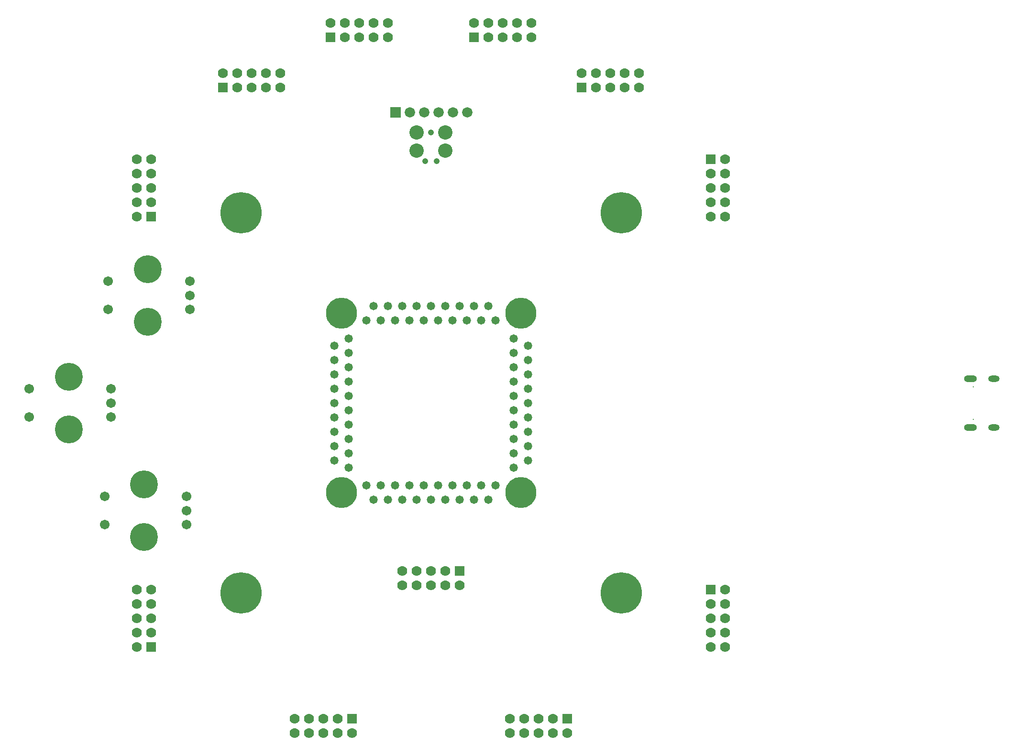
<source format=gbs>
G04*
G04 #@! TF.GenerationSoftware,Altium Limited,Altium Designer,23.0.1 (38)*
G04*
G04 Layer_Color=8150272*
%FSLAX25Y25*%
%MOIN*%
G70*
G04*
G04 #@! TF.SameCoordinates,A82DE2A9-68C3-4950-AE13-74F95629AD28*
G04*
G04*
G04 #@! TF.FilePolarity,Negative*
G04*
G01*
G75*
%ADD64C,0.21666*%
%ADD65C,0.05800*%
%ADD66O,0.09068X0.04737*%
%ADD67O,0.07887X0.04343*%
%ADD68C,0.00800*%
%ADD69C,0.28800*%
%ADD70C,0.03800*%
%ADD71C,0.07000*%
%ADD72R,0.07000X0.07000*%
%ADD73R,0.07000X0.07000*%
%ADD74C,0.10000*%
%ADD75C,0.04200*%
%ADD76C,0.07200*%
%ADD77R,0.07200X0.07200*%
%ADD78C,0.06706*%
%ADD79C,0.19461*%
D64*
X-62500Y62500D02*
D03*
X62500D02*
D03*
Y-62500D02*
D03*
X-62500D02*
D03*
D65*
X45000Y57500D02*
D03*
X-45000D02*
D03*
X-40000Y67500D02*
D03*
X-35000Y57500D02*
D03*
X-30000Y67500D02*
D03*
X-25000Y57500D02*
D03*
X-20000Y67500D02*
D03*
X-15000Y57500D02*
D03*
X-10000Y67500D02*
D03*
X-5000Y57500D02*
D03*
X0Y67500D02*
D03*
X5000Y57500D02*
D03*
X10000Y67500D02*
D03*
X15000Y57500D02*
D03*
X20000Y67500D02*
D03*
X25000Y57500D02*
D03*
X30000Y67500D02*
D03*
X35000Y57500D02*
D03*
X40000Y67500D02*
D03*
X57500Y45000D02*
D03*
X67500Y40000D02*
D03*
X57500Y35000D02*
D03*
X67500Y30000D02*
D03*
X57500Y25000D02*
D03*
X67500Y20000D02*
D03*
X57500Y15000D02*
D03*
X67500Y10000D02*
D03*
X57500Y5000D02*
D03*
X67500Y0D02*
D03*
X57500Y-5000D02*
D03*
X67500Y-10000D02*
D03*
X57500Y-15000D02*
D03*
X67500Y-20000D02*
D03*
X57500Y-25000D02*
D03*
X67500Y-30000D02*
D03*
X57500Y-35000D02*
D03*
X67500Y-40000D02*
D03*
X57500Y-45000D02*
D03*
X45000Y-57500D02*
D03*
X40000Y-67500D02*
D03*
X35000Y-57500D02*
D03*
X30000Y-67500D02*
D03*
X25000Y-57500D02*
D03*
X20000Y-67500D02*
D03*
X15000Y-57500D02*
D03*
X10000Y-67500D02*
D03*
X5000Y-57500D02*
D03*
X0Y-67500D02*
D03*
X-5000Y-57500D02*
D03*
X-10000Y-67500D02*
D03*
X-15000Y-57500D02*
D03*
X-20000Y-67500D02*
D03*
X-25000Y-57500D02*
D03*
X-30000Y-67500D02*
D03*
X-35000Y-57500D02*
D03*
X-40000Y-67500D02*
D03*
X-45000Y-57500D02*
D03*
X-57500Y-45000D02*
D03*
X-67500Y-40000D02*
D03*
X-57500Y-35000D02*
D03*
X-67500Y-30000D02*
D03*
X-57500Y-25000D02*
D03*
X-67500Y-20000D02*
D03*
X-57500Y-15000D02*
D03*
X-67500Y-10000D02*
D03*
X-57500Y-5000D02*
D03*
X-67500Y0D02*
D03*
X-57500Y5000D02*
D03*
X-67500Y10000D02*
D03*
X-57500Y15000D02*
D03*
X-67500Y20000D02*
D03*
X-57500Y25000D02*
D03*
X-67500Y30000D02*
D03*
X-57500Y35000D02*
D03*
X-67500Y40000D02*
D03*
X-57500Y45000D02*
D03*
D66*
X375807Y17008D02*
D03*
Y-17008D02*
D03*
D67*
X392264Y17008D02*
D03*
Y-17008D02*
D03*
D68*
X377776Y-11378D02*
D03*
Y11378D02*
D03*
D69*
X-132500Y132500D02*
D03*
Y-132500D02*
D03*
X132500D02*
D03*
Y132500D02*
D03*
D70*
X-121800D02*
D03*
X-143200D02*
D03*
X-142385Y128405D02*
D03*
X-122615Y136595D02*
D03*
X-140066Y124934D02*
D03*
X-124934Y140066D02*
D03*
X-136595Y122615D02*
D03*
X-128405Y142385D02*
D03*
X-132500Y121800D02*
D03*
Y143200D02*
D03*
X-128405Y122615D02*
D03*
X-136595Y142385D02*
D03*
X-124934Y124934D02*
D03*
X-140066Y140066D02*
D03*
X-122615Y128405D02*
D03*
X-142385Y136595D02*
D03*
X-121800Y-132500D02*
D03*
X-143200D02*
D03*
X-142385Y-136595D02*
D03*
X-122615Y-128405D02*
D03*
X-140066Y-140066D02*
D03*
X-124934Y-124934D02*
D03*
X-136595Y-142385D02*
D03*
X-128405Y-122615D02*
D03*
X-132500Y-143200D02*
D03*
Y-121800D02*
D03*
X-128405Y-142385D02*
D03*
X-136595Y-122615D02*
D03*
X-124934Y-140066D02*
D03*
X-140066Y-124934D02*
D03*
X-122615Y-136595D02*
D03*
X-142385Y-128405D02*
D03*
X143200Y-132500D02*
D03*
X121800D02*
D03*
X122615Y-136595D02*
D03*
X142385Y-128405D02*
D03*
X124934Y-140066D02*
D03*
X140066Y-124934D02*
D03*
X128405Y-142385D02*
D03*
X136595Y-122615D02*
D03*
X132500Y-143200D02*
D03*
Y-121800D02*
D03*
X136595Y-142385D02*
D03*
X128405Y-122615D02*
D03*
X140066Y-140066D02*
D03*
X124934Y-124934D02*
D03*
X142385Y-136595D02*
D03*
X122615Y-128405D02*
D03*
X143200Y132500D02*
D03*
X121800D02*
D03*
X122615Y128405D02*
D03*
X142385Y136595D02*
D03*
X124934Y124934D02*
D03*
X140066Y140066D02*
D03*
X128405Y122615D02*
D03*
X136595Y142385D02*
D03*
X132500Y121800D02*
D03*
Y143200D02*
D03*
X136595Y122615D02*
D03*
X128405Y142385D02*
D03*
X140066Y124934D02*
D03*
X124934Y140066D02*
D03*
X142385Y128405D02*
D03*
X122615Y136595D02*
D03*
D71*
X145000Y230000D02*
D03*
Y220000D02*
D03*
X135000Y230000D02*
D03*
Y220000D02*
D03*
X125000Y230000D02*
D03*
Y220000D02*
D03*
X115000Y230000D02*
D03*
Y220000D02*
D03*
X105000Y230000D02*
D03*
X205000Y170000D02*
D03*
X195000Y160000D02*
D03*
X205000D02*
D03*
X195000Y150000D02*
D03*
X205000D02*
D03*
X195000Y140000D02*
D03*
X205000D02*
D03*
X195000Y130000D02*
D03*
X205000D02*
D03*
X70000Y265000D02*
D03*
Y255000D02*
D03*
X60000Y265000D02*
D03*
Y255000D02*
D03*
X50000Y265000D02*
D03*
Y255000D02*
D03*
X40000Y265000D02*
D03*
Y255000D02*
D03*
X30000Y265000D02*
D03*
X-70000D02*
D03*
X-60000Y255000D02*
D03*
Y265000D02*
D03*
X-50000Y255000D02*
D03*
Y265000D02*
D03*
X-40000Y255000D02*
D03*
Y265000D02*
D03*
X-30000Y255000D02*
D03*
Y265000D02*
D03*
X-205000Y130000D02*
D03*
X-195000Y140000D02*
D03*
X-205000D02*
D03*
X-195000Y150000D02*
D03*
X-205000D02*
D03*
X-195000Y160000D02*
D03*
X-205000D02*
D03*
X-195000Y170000D02*
D03*
X-205000D02*
D03*
Y-130000D02*
D03*
X-195000D02*
D03*
X-205000Y-140000D02*
D03*
X-195000D02*
D03*
X-205000Y-150000D02*
D03*
X-195000D02*
D03*
X-205000Y-160000D02*
D03*
X-195000D02*
D03*
X-205000Y-170000D02*
D03*
X55000Y-230000D02*
D03*
Y-220000D02*
D03*
X65000Y-230000D02*
D03*
Y-220000D02*
D03*
X75000Y-230000D02*
D03*
Y-220000D02*
D03*
X85000Y-230000D02*
D03*
Y-220000D02*
D03*
X95000Y-230000D02*
D03*
X-55000D02*
D03*
X-65000Y-220000D02*
D03*
Y-230000D02*
D03*
X-75000Y-220000D02*
D03*
Y-230000D02*
D03*
X-85000Y-220000D02*
D03*
Y-230000D02*
D03*
X-95000Y-220000D02*
D03*
Y-230000D02*
D03*
X20000Y-127000D02*
D03*
X10000Y-117000D02*
D03*
Y-127000D02*
D03*
X0Y-117000D02*
D03*
Y-127000D02*
D03*
X-10000Y-117000D02*
D03*
Y-127000D02*
D03*
X-20000Y-117000D02*
D03*
Y-127000D02*
D03*
X-105000Y230000D02*
D03*
Y220000D02*
D03*
X-115000Y230000D02*
D03*
Y220000D02*
D03*
X-125000Y230000D02*
D03*
Y220000D02*
D03*
X-135000Y230000D02*
D03*
Y220000D02*
D03*
X-145000Y230000D02*
D03*
X205000Y-130000D02*
D03*
X195000Y-140000D02*
D03*
X205000D02*
D03*
X195000Y-150000D02*
D03*
X205000D02*
D03*
X195000Y-160000D02*
D03*
X205000D02*
D03*
X195000Y-170000D02*
D03*
X205000D02*
D03*
D72*
X105000Y220000D02*
D03*
X30000Y255000D02*
D03*
X-70000D02*
D03*
X95000Y-220000D02*
D03*
X-55000D02*
D03*
X20000Y-117000D02*
D03*
X-145000Y220000D02*
D03*
D73*
X195000Y170000D02*
D03*
X-195000Y130000D02*
D03*
Y-170000D02*
D03*
X195000Y-130000D02*
D03*
D74*
X-10000Y176000D02*
D03*
X10000D02*
D03*
Y188500D02*
D03*
X-10000D02*
D03*
D75*
X-4000Y168500D02*
D03*
X4000D02*
D03*
X0Y188500D02*
D03*
D76*
X25400Y202500D02*
D03*
X-4600D02*
D03*
X-14600D02*
D03*
X5400D02*
D03*
X15400D02*
D03*
D77*
X-24600D02*
D03*
D78*
X-170473Y-84842D02*
D03*
Y-75000D02*
D03*
Y-65158D02*
D03*
X-227559Y-84842D02*
D03*
Y-65158D02*
D03*
X-222972Y-9843D02*
D03*
Y0D02*
D03*
Y9843D02*
D03*
X-280059Y-9843D02*
D03*
Y9843D02*
D03*
X-167973Y65158D02*
D03*
Y75000D02*
D03*
Y84842D02*
D03*
X-225059Y65158D02*
D03*
Y84842D02*
D03*
D79*
X-200000Y-93307D02*
D03*
Y-56693D02*
D03*
X-252500Y-18307D02*
D03*
Y18307D02*
D03*
X-197500Y56693D02*
D03*
Y93307D02*
D03*
M02*

</source>
